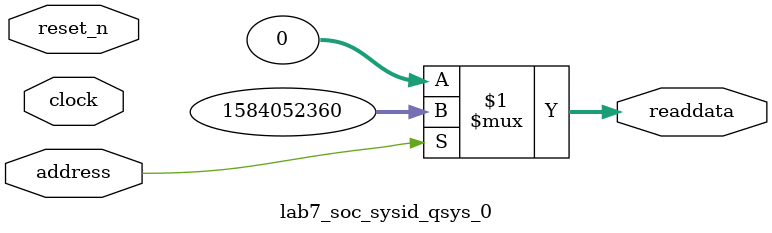
<source format=v>



// synthesis translate_off
`timescale 1ns / 1ps
// synthesis translate_on

// turn off superfluous verilog processor warnings 
// altera message_level Level1 
// altera message_off 10034 10035 10036 10037 10230 10240 10030 

module lab7_soc_sysid_qsys_0 (
               // inputs:
                address,
                clock,
                reset_n,

               // outputs:
                readdata
             )
;

  output  [ 31: 0] readdata;
  input            address;
  input            clock;
  input            reset_n;

  wire    [ 31: 0] readdata;
  //control_slave, which is an e_avalon_slave
  assign readdata = address ? 1584052360 : 0;

endmodule



</source>
